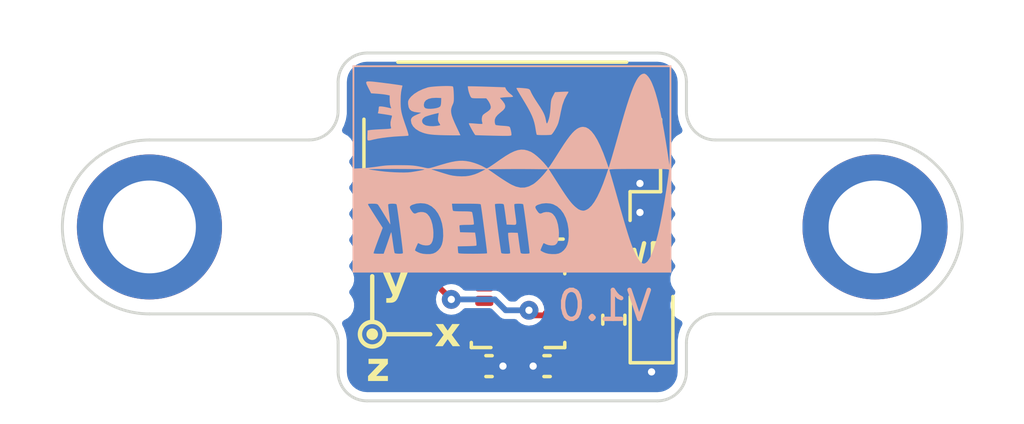
<source format=kicad_pcb>
(kicad_pcb (version 20240108) (generator "pcbnew") (generator_version "8.0")
  (layers (0 "F.Cu" signal) (31 "B.Cu" power) (34 "B.Paste" user) (35 "F.Paste" user) (36 "B.SilkS" user "B.Silkscreen") (37 "F.SilkS" user "F.Silkscreen") (38 "B.Mask" user) (39 "F.Mask" user) (44 "Edge.Cuts" user))
  (net 0 "")
  (net 1 "+3V3")
  (net 2 "GND")
  (net 3 "Net-(D101-A)")
  (net 4 "/CS")
  (net 5 "/INT2")
  (net 6 "/MISO")
  (net 7 "/SCLK")
  (net 8 "/INT1")
  (net 9 "/MOSI")
  (footprint "LED_SMD:LED_0603_1608Metric" (layer "F.Cu") (at 4.8 3.2 90)
    (property "Reference" "D101" (hide yes))
    (property "Value" "LED")
    (fp_line (start 0.8 -0.735) (end -1.485 -0.735) (stroke (width 0.12)) (layer "F.SilkS"))
    (fp_line (start -1.485 -0.735) (end -1.485 0.735) (stroke (width 0.12)) (layer "F.SilkS"))
    (fp_line (start -1.485 0.735) (end 0.8 0.735) (stroke (width 0.12)) (layer "F.SilkS"))
    (pad "1" smd roundrect (at -0.7875 0 90) (size 0.875 0.95) (layers "F.Cu" "F.Paste" "F.Mask") (net 2 "GND"))
    (pad "2" smd roundrect (at 0.7875 0 90) (size 0.875 0.95) (layers "F.Cu" "F.Paste" "F.Mask") (net 3 "Net-(D101-A)"))
  )
  (footprint "Capacitor_SMD:C_0402_1005Metric" (layer "F.Cu") (at -0.8 4.8)
    (property "Reference" "C102" (hide yes))
    (property "Value" "100n")
    (fp_line (start -0.107836 -0.36) (end 0.107836 -0.36) (stroke (width 0.12)) (layer "F.SilkS"))
    (fp_line (start -0.107836 0.36) (end 0.107836 0.36) (stroke (width 0.12)) (layer "F.SilkS"))
    (pad "1" smd roundrect (at -0.48 0) (size 0.56 0.62) (layers "F.Cu" "F.Paste" "F.Mask") (net 1 "+3V3"))
    (pad "2" smd roundrect (at 0.48 0) (size 0.56 0.62) (layers "F.Cu" "F.Paste" "F.Mask") (net 2 "GND"))
  )
  (footprint "VibeCheck_Daughterboard:MouseBite" (layer "F.Cu") (at -6 0 180)
    (property "Reference" "REF**" (hide yes))
    (property "Value" "MouseBite")
    (pad "" np_thru_hole circle (at 0 -2.7 180) (size 0.6 0.6) (drill 0.6) (layers "F&B.Cu"))
    (pad "" np_thru_hole circle (at 0 -1.8 180) (size 0.6 0.6) (drill 0.6) (layers "F&B.Cu"))
    (pad "" np_thru_hole circle (at 0 -0.9 180) (size 0.6 0.6) (drill 0.6) (layers "F&B.Cu"))
    (pad "" np_thru_hole circle (at 0 0 180) (size 0.6 0.6) (drill 0.6) (layers "F&B.Cu"))
    (pad "" np_thru_hole circle (at 0 0.9 180) (size 0.6 0.6) (drill 0.6) (layers "F&B.Cu"))
    (pad "" np_thru_hole circle (at 0 1.8 180) (size 0.6 0.6) (drill 0.6) (layers "F&B.Cu"))
    (pad "" np_thru_hole circle (at 0 2.7 180) (size 0.6 0.6) (drill 0.6) (layers "F&B.Cu"))
  )
  (footprint "VibeCheck_Daughterboard:M3_MountingHole_WithWasher" (layer "F.Cu") (at -12.5 0)
    (property "Reference" "H2" (hide yes))
    (property "Value" "MountingHole")
    (pad "1" thru_hole circle (at 0 0) (size 5 5) (drill 3.2) (layers "*.Cu" "*.Mask"))
  )
  (footprint "Resistor_SMD:R_0402_1005Metric" (layer "F.Cu") (at 3.5 3.2 90)
    (property "Reference" "R102" (hide yes))
    (property "Value" "1k")
    (fp_line (start -0.153641 -0.38) (end 0.153641 -0.38) (stroke (width 0.12)) (layer "F.SilkS"))
    (fp_line (start -0.153641 0.38) (end 0.153641 0.38) (stroke (width 0.12)) (layer "F.SilkS"))
    (pad "1" smd roundrect (at -0.51 0 90) (size 0.54 0.64) (layers "F.Cu" "F.Paste" "F.Mask") (net 1 "+3V3"))
    (pad "2" smd roundrect (at 0.51 0 90) (size 0.54 0.64) (layers "F.Cu" "F.Paste" "F.Mask") (net 3 "Net-(D101-A)"))
  )
  (footprint "Package_LGA:LGA-14_3x2.5mm_P0.5mm_LayoutBorder3x4y" (layer "F.Cu") (at 0.2 2.8)
    (property "Reference" "XL101" (hide yes))
    (property "Value" "LSM6DS3")
    (fp_line (start -1.61 1.36) (end -1.61 1.185) (stroke (width 0.12)) (layer "F.SilkS"))
    (fp_line (start -0.935 -1.36) (end -1.31 -1.36) (stroke (width 0.12)) (layer "F.SilkS"))
    (fp_line (start -0.935 1.36) (end -1.61 1.36) (stroke (width 0.12)) (layer "F.SilkS"))
    (fp_line (start 0.935 -1.36) (end 1.61 -1.36) (stroke (width 0.12)) (layer "F.SilkS"))
    (fp_line (start 0.935 1.36) (end 1.61 1.36) (stroke (width 0.12)) (layer "F.SilkS"))
    (fp_line (start 1.61 -1.36) (end 1.61 -1.185) (stroke (width 0.12)) (layer "F.SilkS"))
    (fp_line (start 1.61 1.36) (end 1.61 1.185) (stroke (width 0.12)) (layer "F.SilkS"))
    (fp_poly (pts (xy -1.61 -1.36) (xy -1.75 -1.55) (xy -1.47 -1.55) (xy -1.61 -1.36)) (stroke (width 0.12)) (fill solid) (layer "F.SilkS"))
    (pad "1" smd roundrect (at -1.1625 -0.75) (size 0.625 0.35) (layers "F.Cu" "F.Paste" "F.Mask") (net 6 "/MISO"))
    (pad "2" smd roundrect (at -1.1625 -0.25) (size 0.625 0.35) (layers "F.Cu" "F.Paste" "F.Mask"))
    (pad "3" smd roundrect (at -1.1625 0.25) (size 0.625 0.35) (layers "F.Cu" "F.Paste" "F.Mask"))
    (pad "4" smd roundrect (at -1.1625 0.75) (size 0.625 0.35) (layers "F.Cu" "F.Paste" "F.Mask") (net 8 "/INT1"))
    (pad "5" smd roundrect (at -0.5 0.9125) (size 0.35 0.625) (layers "F.Cu" "F.Paste" "F.Mask") (net 1 "+3V3"))
    (pad "6" smd roundrect (at 0 0.9125) (size 0.35 0.625) (layers "F.Cu" "F.Paste" "F.Mask") (net 2 "GND"))
    (pad "7" smd roundrect (at 0.5 0.9125) (size 0.35 0.625) (layers "F.Cu" "F.Paste" "F.Mask") (net 2 "GND"))
    (pad "8" smd roundrect (at 1.1625 0.75) (size 0.625 0.35) (layers "F.Cu" "F.Paste" "F.Mask") (net 1 "+3V3"))
    (pad "9" smd roundrect (at 1.1625 0.25) (size 0.625 0.35) (layers "F.Cu" "F.Paste" "F.Mask") (net 5 "/INT2"))
    (pad "10" smd roundrect (at 1.1625 -0.25) (size 0.625 0.35) (layers "F.Cu" "F.Paste" "F.Mask"))
    (pad "11" smd roundrect (at 1.1625 -0.75) (size 0.625 0.35) (layers "F.Cu" "F.Paste" "F.Mask"))
    (pad "12" smd roundrect (at 0.5 -0.9125) (size 0.35 0.625) (layers "F.Cu" "F.Paste" "F.Mask") (net 4 "/CS"))
    (pad "13" smd roundrect (at 0 -0.9125) (size 0.35 0.625) (layers "F.Cu" "F.Paste" "F.Mask") (net 7 "/SCLK"))
    (pad "14" smd roundrect (at -0.5 -0.9125) (size 0.35 0.625) (layers "F.Cu" "F.Paste" "F.Mask") (net 9 "/MOSI"))
  )
  (footprint "Capacitor_SMD:C_0402_1005Metric" (layer "F.Cu") (at 1.2 4.8 180)
    (property "Reference" "C101" (hide yes))
    (property "Value" "100n")
    (fp_line (start -0.107836 0.36) (end 0.107836 0.36) (stroke (width 0.12)) (layer "F.SilkS"))
    (fp_line (start -0.107836 -0.36) (end 0.107836 -0.36) (stroke (width 0.12)) (layer "F.SilkS"))
    (pad "1" smd roundrect (at -0.48 0 180) (size 0.56 0.62) (layers "F.Cu" "F.Paste" "F.Mask") (net 1 "+3V3"))
    (pad "2" smd roundrect (at 0.48 0 180) (size 0.56 0.62) (layers "F.Cu" "F.Paste" "F.Mask") (net 2 "GND"))
  )
  (footprint "VibeCheck_Daughterboard:M3_MountingHole_WithWasher" (layer "F.Cu") (at 12.5 0)
    (property "Reference" "H1" (hide yes))
    (property "Value" "MountingHole")
    (pad "1" thru_hole circle (at 0 0) (size 5 5) (drill 3.2) (layers "*.Cu" "*.Mask"))
  )
  (footprint "Connector_JST:JST_SH_SM08B-SRSS-TB_1x08-1MP_P1.00mm_Horizontal" (layer "F.Cu") (at 0 -3 180)
    (property "Reference" "J101" (hide yes))
    (property "Value" "Conn_01x08")
    (fp_line (start 5.11 0.715) (end 5.11 -1.785) (stroke (width 0.12)) (layer "F.SilkS"))
    (fp_line (start 5.11 -1.785) (end 4.06 -1.785) (stroke (width 0.12)) (layer "F.SilkS"))
    (fp_line (start -3.94 2.685) (end 3.94 2.685) (stroke (width 0.12)) (layer "F.SilkS"))
    (fp_line (start -4.06 -1.785) (end -4.06 -2.775) (stroke (width 0.12)) (layer "F.SilkS"))
    (fp_line (start -5.11 0.715) (end -5.11 -1.785) (stroke (width 0.12)) (layer "F.SilkS"))
    (fp_line (start -5.11 -1.785) (end -4.06 -1.785) (stroke (width 0.12)) (layer "F.SilkS"))
    (pad "1" smd roundrect (at -3.5 -2 180) (size 0.6 1.55) (layers "F.Cu" "F.Paste" "F.Mask") (net 2 "GND"))
    (pad "2" smd roundrect (at -2.5 -2 180) (size 0.6 1.55) (layers "F.Cu" "F.Paste" "F.Mask") (net 1 "+3V3"))
    (pad "3" smd roundrect (at -1.5 -2 180) (size 0.6 1.55) (layers "F.Cu" "F.Paste" "F.Mask") (net 4 "/CS"))
    (pad "4" smd roundrect (at -0.5 -2 180) (size 0.6 1.55) (layers "F.Cu" "F.Paste" "F.Mask") (net 7 "/SCLK"))
    (pad "5" smd roundrect (at 0.5 -2 180) (size 0.6 1.55) (layers "F.Cu" "F.Paste" "F.Mask") (net 9 "/MOSI"))
    (pad "6" smd roundrect (at 1.5 -2 180) (size 0.6 1.55) (layers "F.Cu" "F.Paste" "F.Mask") (net 6 "/MISO"))
    (pad "7" smd roundrect (at 2.5 -2 180) (size 0.6 1.55) (layers "F.Cu" "F.Paste" "F.Mask") (net 5 "/INT2"))
    (pad "8" smd roundrect (at 3.5 -2 180) (size 0.6 1.55) (layers "F.Cu" "F.Paste" "F.Mask") (net 8 "/INT1"))
    (pad "MP" smd roundrect (at -4.8 1.875 180) (size 1.2 1.6) (layers "F.Cu" "F.Paste" "F.Mask"))
    (pad "MP" smd roundrect (at 4.8 1.875 180) (size 1.2 1.6) (layers "F.Cu" "F.Paste" "F.Mask"))
  )
  (footprint "Resistor_SMD:R_0402_1005Metric" (layer "F.Cu") (at 1.6 0.8)
    (property "Reference" "R101" (hide yes))
    (property "Value" "10k")
    (fp_line (start -0.153641 -0.38) (end 0.153641 -0.38) (stroke (width 0.12)) (layer "F.SilkS"))
    (fp_line (start -0.153641 0.38) (end 0.153641 0.38) (stroke (width 0.12)) (layer "F.SilkS"))
    (pad "1" smd roundrect (at -0.51 0) (size 0.54 0.64) (layers "F.Cu" "F.Paste" "F.Mask") (net 4 "/CS"))
    (pad "2" smd roundrect (at 0.51 0) (size 0.54 0.64) (layers "F.Cu" "F.Paste" "F.Mask") (net 1 "+3V3"))
  )
  (footprint "VibeCheck_Daughterboard:MouseBite" (layer "F.Cu") (at 6 0)
    (property "Reference" "REF**" (hide yes))
    (property "Value" "MouseBite")
    (pad "" np_thru_hole circle (at 0 -2.7) (size 0.6 0.6) (drill 0.6) (layers "F&B.Cu"))
    (pad "" np_thru_hole circle (at 0 -1.8) (size 0.6 0.6) (drill 0.6) (layers "F&B.Cu"))
    (pad "" np_thru_hole circle (at 0 -0.9) (size 0.6 0.6) (drill 0.6) (layers "F&B.Cu"))
    (pad "" np_thru_hole circle (at 0 0) (size 0.6 0.6) (drill 0.6) (layers "F&B.Cu"))
    (pad "" np_thru_hole circle (at 0 0.9) (size 0.6 0.6) (drill 0.6) (layers "F&B.Cu"))
    (pad "" np_thru_hole circle (at 0 1.8) (size 0.6 0.6) (drill 0.6) (layers "F&B.Cu"))
    (pad "" np_thru_hole circle (at 0 2.7) (size 0.6 0.6) (drill 0.6) (layers "F&B.Cu"))
  )
  (footprint "LOGO" (layer "B.Cu") (at 0 -2 180)
    (property "Reference" "G***" (hide yes))
    (property "Value" "LOGO" (hide yes))
    (fp_poly (pts (xy -0.164243 2.796827) (xy -0.142203 2.787883) (xy -0.142127 2.787095) (xy -0.152293 2.764122) (xy -0.180585 2.712395) (xy -0.223693 2.63765) (xy -0.278307 2.545622) (xy -0.341117 2.442046) (xy -0.34356 2.438059) (xy -0.456492 2.25087) (xy -0.548464 2.090838) (xy -0.622058 1.952034) (xy -0.679858 1.828526) (xy -0.724444 1.714384) (xy -0.7584 1.603679) (xy -0.784307 1.490481) (xy -0.802496 1.384114) (xy -0.816122 1.300109) (xy -0.829065 1.232064) (xy -0.839425 1.189446) (xy -0.843405 1.180203) (xy -0.868723 1.174394) (xy -0.924673 1.170331) (xy -1.00132 1.16799) (xy -1.088725 1.167344) (xy -1.176955 1.168371) (xy -1.25607 1.171045) (xy -1.316136 1.175342) (xy -1.347216 1.181237) (xy -1.347617 1.18145) (xy -1.379934 1.212347) (xy -1.422984 1.270547) (xy -1.470917 1.346289) (xy -1.517883 1.429808) (xy -1.558032 1.511342) (xy -1.583603 1.57526) (xy -1.602792 1.642092) (xy -1.625839 1.73668) (xy -1.649918 1.846723) (xy -1.672206 1.959924) (xy -1.67335 1.96614) (xy -1.72714 2.197509) (xy -1.797511 2.396889) (xy -1.883475 2.561633) (xy -1.908685 2.599065) (xy -1.931965 2.639363) (xy -1.936034 2.663789) (xy -1.934301 2.665479) (xy -1.908807 2.667885) (xy -1.851738 2.667831) (xy -1.772041 2.665454) (xy -1.695364 2.661829) (xy -1.472023 2.64964) (xy -1.402729 2.518581) (xy -1.373848 2.461533) (xy -1.353625 2.411984) (xy -1.33988 2.359757) (xy -1.330432 2.294674) (xy -1.3231 2.206559) (xy -1.317878 2.122657) (xy -1.303051 1.948822) (xy -1.281159 1.807828) (xy -1.260365 1.725819) (xy -1.230639 1.636246) (xy -1.208977 1.584672) (xy -1.192736 1.569924) (xy -1.179272 1.590832) (xy -1.165941 1.646223) (xy -1.159457 1.681098) (xy -1.141387 1.76579) (xy -1.116901 1.845105) (xy -1.082439 1.926342) (xy -1.034437 2.0168) (xy -0.969333 2.12378) (xy -0.883564 2.25458) (xy -0.869003 2.276251) (xy -0.803663 2.376195) (xy -0.742785 2.474625) (xy -0.692029 2.562019) (xy -0.657056 2.628852) (xy -0.649914 2.644842) (xy -0.628427 2.694874) (xy -0.607582 2.729987) (xy -0.579939 2.75352) (xy -0.538052 2.768811) (xy -0.474481 2.7792) (xy -0.381782 2.788024) (xy -0.319349 2.793123) (xy -0.224003 2.798598)) (fill solid) (layer "B.SilkS"))
    (fp_poly (pts (xy 4.994367 3.018948) (xy 5.02748 3.004082) (xy 5.033625 2.971133) (xy 5.01527 2.914881) (xy 4.974883 2.830104) (xy 4.94904 2.779016) (xy 4.862749 2.609032) (xy 4.654497 2.595215) (xy 4.55158 2.586775) (xy 4.44997 2.575713) (xy 4.365405 2.563849) (xy 4.334713 2.558244) (xy 4.223181 2.53509) (xy 4.223181 2.383599) (xy 4.218911 2.292499) (xy 4.207557 2.211234) (xy 4.193761 2.161698) (xy 4.176664 2.116597) (xy 4.17094 2.092525) (xy 4.171818 2.091286) (xy 4.193927 2.095768) (xy 4.243748 2.107405) (xy 4.29768 2.120529) (xy 4.381458 2.138312) (xy 4.466152 2.151786) (xy 4.507278 2.156061) (xy 4.563345 2.158351) (xy 4.590107 2.150566) (xy 4.598715 2.126121) (xy 4.599791 2.101438) (xy 4.605896 2.033916) (xy 4.615772 1.979163) (xy 4.630452 1.9178) (xy 4.393644 1.883387) (xy 4.300045 1.869012) (xy 4.221903 1.855552) (xy 4.167575 1.844547) (xy 4.145556 1.837695) (xy 4.145557 1.813922) (xy 4.157622 1.764887) (xy 4.171074 1.724084) (xy 4.195476 1.614434) (xy 4.194676 1.502975) (xy 4.173627 1.419143) (xy 4.172608 1.406806) (xy 4.184699 1.397366) (xy 4.215243 1.390023) (xy 4.269581 1.383981) (xy 4.353055 1.378441) (xy 4.471007 1.372604) (xy 4.491168 1.371691) (xy 4.609827 1.36574) (xy 4.720369 1.359066) (xy 4.813684 1.352304) (xy 4.880661 1.346084) (xy 4.903357 1.34306) (xy 4.984572 1.329305) (xy 4.990438 1.151942) (xy 4.993302 1.069113) (xy 4.990935 1.015457) (xy 4.976704 0.986873) (xy 4.943978 0.979258) (xy 4.886122 0.988508) (xy 4.796504 1.010523) (xy 4.771768 1.016696) (xy 4.63522 1.04534) (xy 4.46829 1.071954) (xy 4.281198 1.095283) (xy 4.084163 1.114066) (xy 3.887405 1.127046) (xy 3.867865 1.127989) (xy 3.766874 1.133176) (xy 3.679653 1.138572) (xy 3.614722 1.143583) (xy 3.580599 1.147617) (xy 3.578702 1.14809) (xy 3.572896 1.165225) (xy 3.580527 1.21079) (xy 3.602288 1.287464) (xy 3.63887 1.397928) (xy 3.655611 1.445942) (xy 3.713597 1.612958) (xy 3.758564 1.749656) (xy 3.792126 1.8636) (xy 3.815899 1.962351) (xy 3.831496 2.05347) (xy 3.840532 2.144521) (xy 3.844622 2.243064) (xy 3.845417 2.334932) (xy 3.841186 2.513853) (xy 3.828508 2.655029) (xy 3.812488 2.740888) (xy 3.796424 2.80777) (xy 3.785883 2.856355) (xy 3.783147 2.876124) (xy 3.805445 2.881515) (xy 3.861577 2.8909) (xy 3.945061 2.903425) (xy 4.049413 2.918234) (xy 4.16815 2.934469) (xy 4.294792 2.951276) (xy 4.422853 2.967799) (xy 4.545853 2.983181) (xy 4.657307 2.996566) (xy 4.750734 3.007099) (xy 4.819651 3.013923) (xy 4.83737 3.015319) (xy 4.93182 3.020953)) (fill solid) (layer "B.SilkS"))
    (fp_poly (pts (xy 1.525886 2.781614) (xy 1.510698 2.698692) (xy 1.483446 2.605728) (xy 1.450319 2.521869) (xy 1.429092 2.482134) (xy 1.414675 2.463056) (xy 1.395191 2.450185) (xy 1.363169 2.442306) (xy 1.311142 2.438203) (xy 1.231641 2.43666) (xy 1.148499 2.43645) (xy 0.896975 2.43645) (xy 0.846396 2.376341) (xy 0.807279 2.318828) (xy 0.770257 2.247228) (xy 0.760389 2.223465) (xy 0.739915 2.149297) (xy 0.745354 2.089719) (xy 0.780474 2.036375) (xy 0.849045 1.980906) (xy 0.878565 1.961409) (xy 0.939862 1.91998) (xy 0.98919 1.882667) (xy 1.011974 1.861665) (xy 1.038809 1.805196) (xy 1.050928 1.729081) (xy 1.046144 1.652303) (xy 1.039148 1.626061) (xy 1.028431 1.581133) (xy 1.031599 1.555771) (xy 1.032428 1.55513) (xy 1.057563 1.553072) (xy 1.114175 1.554575) (xy 1.193325 1.55926) (xy 1.267801 1.565125) (xy 1.357867 1.57213) (xy 1.431854 1.576346) (xy 1.481136 1.577379) (xy 1.497065 1.575569) (xy 1.492393 1.554587) (xy 1.471392 1.507632) (xy 1.43887 1.443401) (xy 1.399637 1.370593) (xy 1.358501 1.297905) (xy 1.320271 1.234038) (xy 1.289757 1.187687) (xy 1.271767 1.167553) (xy 1.271418 1.167428) (xy 1.246047 1.165268) (xy 1.18531 1.162496) (xy 1.094443 1.15928) (xy 0.97868 1.155786) (xy 0.843255 1.152179) (xy 0.693403 1.148625) (xy 0.644476 1.147552) (xy 0.470325 1.144004) (xy 0.332499 1.141777) (xy 0.226731 1.140997) (xy 0.148758 1.141793) (xy 0.094314 1.144292) (xy 0.059134 1.148622) (xy 0.038952 1.15491) (xy 0.029503 1.163286) (xy 0.028206 1.166006) (xy 0.026343 1.202587) (xy 0.033924 1.263427) (xy 0.048102 1.334084) (xy 0.066027 1.400115) (xy 0.082948 1.443532) (xy 0.099521 1.458902) (xy 0.135381 1.470536) (xy 0.196944 1.479644) (xy 0.290632 1.487437) (xy 0.328617 1.489862) (xy 0.421699 1.496873) (xy 0.4998 1.5053) (xy 0.554011 1.514016) (xy 0.574814 1.520969) (xy 0.588362 1.550791) (xy 0.600493 1.603307) (xy 0.602783 1.61846) (xy 0.60052 1.703426) (xy 0.567987 1.784202) (xy 0.502236 1.86557) (xy 0.400321 1.952313) (xy 0.394327 1.956799) (xy 0.304866 2.032723) (xy 0.253472 2.102392) (xy 0.239422 2.17158) (xy 0.261996 2.246058) (xy 0.320474 2.331598) (xy 0.344073 2.35933) (xy 0.425123 2.451407) (xy 0.33155 2.464232) (xy 0.257494 2.471384) (xy 0.167295 2.476039) (xy 0.110035 2.477058) (xy 0.041814 2.479669) (xy -0.008665 2.486472) (xy -0.028871 2.494797) (xy -0.019538 2.514892) (xy 0.015543 2.550211) (xy 0.066374 2.591255) (xy 0.129268 2.645327) (xy 0.182633 2.704182) (xy 0.208709 2.743845) (xy 0.244836 2.817715) (xy 0.716303 2.833351) (xy 0.86294 2.838041) (xy 1.007187 2.842341) (xy 1.140301 2.846014) (xy 1.253537 2.848822) (xy 1.338153 2.850528) (xy 1.360351 2.850832) (xy 1.532933 2.852677)) (fill solid) (layer "B.SilkS"))
    (fp_poly (pts (xy 2.332402 2.861105) (xy 2.449091 2.857714) (xy 2.568574 2.851818) (xy 2.683326 2.843691) (xy 2.785821 2.833612) (xy 2.868534 2.821855) (xy 2.912857 2.812161) (xy 3.083226 2.753438) (xy 3.240247 2.678535) (xy 3.376518 2.591947) (xy 3.484639 2.498167) (xy 3.53848 2.432322) (xy 3.573296 2.375168) (xy 3.588944 2.326159) (xy 3.590303 2.265429) (xy 3.587785 2.231621) (xy 3.569256 2.127858) (xy 3.531068 2.052339) (xy 3.46814 2.000557) (xy 3.375393 1.968006) (xy 3.273021 1.952455) (xy 3.137157 1.939008) (xy 3.271563 1.881964) (xy 3.371542 1.835247) (xy 3.437661 1.79236) (xy 3.475609 1.747926) (xy 3.491078 1.696568) (xy 3.492246 1.67346) (xy 3.472591 1.567678) (xy 3.416198 1.467586) (xy 3.326924 1.377901) (xy 3.208628 1.303337) (xy 3.177538 1.288742) (xy 3.09156 1.253752) (xy 3.00515 1.225943) (xy 2.911947 1.204416) (xy 2.80559 1.188273) (xy 2.679718 1.176617) (xy 2.52797 1.16855) (xy 2.343985 1.163173) (xy 2.279096 1.161906) (xy 2.142557 1.159839) (xy 2.020557 1.158684) (xy 1.918615 1.158437) (xy 1.842248 1.159093) (xy 1.796976 1.160648) (xy 1.78673 1.162327) (xy 1.794969 1.183002) (xy 1.817577 1.233407) (xy 1.851392 1.306643) (xy 1.893254 1.395809) (xy 1.907505 1.425887) (xy 1.947937 1.513274) (xy 2.481035 1.513274) (xy 2.481962 1.511109) (xy 2.505539 1.503417) (xy 2.557152 1.492998) (xy 2.611076 1.484307) (xy 2.727115 1.47518) (xy 2.844475 1.479196) (xy 2.946735 1.495368) (xy 2.984615 1.506777) (xy 3.058762 1.550546) (xy 3.099531 1.609085) (xy 3.10631 1.674185) (xy 3.078485 1.737637) (xy 3.015442 1.79123) (xy 3.006245 1.796215) (xy 2.95508 1.817045) (xy 2.874592 1.84333) (xy 2.775168 1.872025) (xy 2.667193 1.900084) (xy 2.591349 1.91788) (xy 2.533058 1.930863) (xy 2.54868 1.833417) (xy 2.560007 1.740672) (xy 2.557594 1.673807) (xy 2.539751 1.619921) (xy 2.515526 1.580688) (xy 2.48981 1.539103) (xy 2.481035 1.513274) (xy 1.947937 1.513274) (xy 1.983581 1.590314) (xy 2.040588 1.725187) (xy 2.079634 1.836194) (xy 2.101827 1.92902) (xy 2.108277 2.009352) (xy 2.100092 2.082876) (xy 2.07838 2.155279) (xy 2.058777 2.201739) (xy 2.036542 2.253126) (xy 2.021937 2.298402) (xy 2.013701 2.347687) (xy 2.010575 2.411105) (xy 2.010867 2.446602) (xy 2.446602 2.446602) (xy 2.450358 2.316512) (xy 2.457051 2.230748) (xy 2.472618 2.175737) (xy 2.490966 2.149569) (xy 2.540328 2.120907) (xy 2.617884 2.098235) (xy 2.711712 2.082651) (xy 2.809888 2.075256) (xy 2.900488 2.077148) (xy 2.97159 2.089428) (xy 3.000438 2.10259) (xy 3.032859 2.138663) (xy 3.045002 2.194335) (xy 3.045563 2.216266) (xy 3.027286 2.30061) (xy 2.973988 2.367732) (xy 2.887968 2.416414) (xy 2.771526 2.44544) (xy 2.626962 2.453592) (xy 2.598881 2.452779) (xy 2.446602 2.446602) (xy 2.010867 2.446602) (xy 2.011297 2.498779) (xy 2.013094 2.568656) (xy 2.018331 2.685347) (xy 2.026361 2.773484) (xy 2.03667 2.828494) (xy 2.044097 2.844076) (xy 2.074355 2.853474) (xy 2.137509 2.859261) (xy 2.226033 2.861712)) (fill solid) (layer "B.SilkS"))
    (fp_poly (pts (xy 5.502318 0) (xy 5.502318 -3.573462) (xy 0.010152 -3.573462) (xy -5.482015 -3.573462) (xy -5.482015 -0.03996) (xy -5.4008 -0.03996) (xy -5.397646 -0.081061) (xy -5.388768 -0.156319) (xy -5.375038 -0.259826) (xy -5.357327 -0.385672) (xy -5.336508 -0.527947) (xy -5.313454 -0.680742) (xy -5.289037 -0.838146) (xy -5.26413 -0.994251) (xy -5.239604 -1.143146) (xy -5.226868 -1.218226) (xy -5.157442 -1.602479) (xy -5.087992 -1.946378) (xy -5.018442 -2.250176) (xy -4.948717 -2.514128) (xy -4.878744 -2.738485) (xy -4.808448 -2.923503) (xy -4.737753 -3.069434) (xy -4.666587 -3.176533) (xy -4.643441 -3.202918) (xy -4.580237 -3.253765) (xy -4.520283 -3.266234) (xy -4.457214 -3.241399) (xy -4.448872 -3.235779) (xy -4.39392 -3.181571) (xy -4.331946 -3.093026) (xy -4.26583 -2.975187) (xy -4.198453 -2.8331) (xy -4.144711 -2.703133) (xy -4.106927 -2.602619) (xy -4.066975 -2.489242) (xy -4.02384 -2.359687) (xy -4.005043 -2.300495) (xy -1.945807 -2.300495) (xy -1.944981 -2.324164) (xy -1.930641 -2.48055) (xy -1.900167 -2.606546) (xy -1.85067 -2.71015) (xy -1.779263 -2.799357) (xy -1.770024 -2.808559) (xy -1.689399 -2.874405) (xy -1.60305 -2.9154) (xy -1.500343 -2.934915) (xy -1.370643 -2.936318) (xy -1.367346 -2.936168) (xy -1.250439 -2.925421) (xy -1.155513 -2.903069) (xy -1.146385 -2.899464) (xy -0.596613 -2.899464) (xy -0.596238 -2.907844) (xy -0.572493 -2.915748) (xy -0.519418 -2.921439) (xy -0.448274 -2.923737) (xy -0.444848 -2.923741) (xy -0.365351 -2.921577) (xy -0.318124 -2.913948) (xy -0.295001 -2.899155) (xy -0.290981 -2.891686) (xy -0.284241 -2.861408) (xy -0.273551 -2.798423) (xy -0.260086 -2.710308) (xy -0.245022 -2.604637) (xy -0.235084 -2.531294) (xy -0.191488 -2.202958) (xy -0.031683 -2.196971) (xy 0.045336 -2.196068) (xy 0.105959 -2.199051) (xy 0.139367 -2.205287) (xy 0.14207 -2.207123) (xy 0.144098 -2.231684) (xy 0.140849 -2.289405) (xy 0.132956 -2.373269) (xy 0.121054 -2.476262) (xy 0.110371 -2.55822) (xy 0.095719 -2.670576) (xy 0.084165 -2.768765) (xy 0.076433 -2.845788) (xy 0.073244 -2.894649) (xy 0.074167 -2.90846) (xy 0.099381 -2.917822) (xy 0.151902 -2.922742) (xy 0.21871 -2.923514) (xy 0.28678 -2.920429) (xy 0.34309 -2.913783) (xy 0.374618 -2.903866) (xy 0.376044 -2.902366) (xy 0.867311 -2.902366) (xy 0.867452 -2.908514) (xy 0.889136 -2.912768) (xy 0.945752 -2.916564) (xy 1.031627 -2.919727) (xy 1.141086 -2.922083) (xy 1.268455 -2.923457) (xy 1.362187 -2.923741) (xy 1.524422 -2.923227) (xy 1.64979 -2.921557) (xy 1.742021 -2.918539) (xy 1.804844 -2.913983) (xy 1.841988 -2.907698) (xy 1.857183 -2.899493) (xy 1.857712 -2.898362) (xy 1.863953 -2.864251) (xy 1.869918 -2.806102) (xy 1.872302 -2.771463) (xy 1.878097 -2.669945) (xy 1.56385 -2.664315) (xy 1.454646 -2.661468) (xy 1.359986 -2.657317) (xy 1.287216 -2.652316) (xy 1.243684 -2.64692) (xy 1.234882 -2.643963) (xy 1.230489 -2.617334) (xy 1.232542 -2.557904) (xy 1.240386 -2.472851) (xy 1.253363 -2.369356) (xy 1.2638 -2.300495) (xy 2.378894 -2.300495) (xy 2.37972 -2.324164) (xy 2.394059 -2.48055) (xy 2.424533 -2.606546) (xy 2.47403 -2.71015) (xy 2.545438 -2.799357) (xy 2.554676 -2.808559) (xy 2.635301 -2.874405) (xy 2.72165 -2.9154) (xy 2.824357 -2.934915) (xy 2.954058 -2.936318) (xy 2.957354 -2.936168) (xy 3.074261 -2.925421) (xy 3.169187 -2.903069) (xy 3.178839 -2.899257) (xy 3.767334 -2.899257) (xy 3.767939 -2.906014) (xy 3.79399 -2.916683) (xy 3.846719 -2.922373) (xy 3.912535 -2.923318) (xy 3.977843 -2.919754) (xy 4.029052 -2.911914) (xy 4.052036 -2.901113) (xy 4.059257 -2.874333) (xy 4.070467 -2.814375) (xy 4.084496 -2.728336) (xy 4.100171 -2.623318) (xy 4.112658 -2.533749) (xy 4.128379 -2.420304) (xy 4.142763 -2.321647) (xy 4.154772 -2.24449) (xy 4.16337 -2.195545) (xy 4.167087 -2.181221) (xy 4.176431 -2.195174) (xy 4.194147 -2.239168) (xy 4.216765 -2.304403) (xy 4.221873 -2.320168) (xy 4.248716 -2.40182) (xy 4.284073 -2.506378) (xy 4.322729 -2.618529) (xy 4.349656 -2.695324) (xy 4.430444 -2.923741) (xy 4.599715 -2.923741) (xy 4.678269 -2.922038) (xy 4.739755 -2.9175) (xy 4.7741 -2.910991) (xy 4.777785 -2.908514) (xy 4.773455 -2.885936) (xy 4.75648 -2.831028) (xy 4.728779 -2.749363) (xy 4.692269 -2.646518) (xy 4.64887 -2.528067) (xy 4.624294 -2.462363) (xy 4.462002 -2.03144) (xy 4.707347 -1.648654) (xy 4.779179 -1.535992) (xy 4.843889 -1.433379) (xy 4.898125 -1.346222) (xy 4.938536 -1.279926) (xy 4.961769 -1.239899) (xy 4.965728 -1.231895) (xy 4.967873 -1.214919) (xy 4.953412 -1.204716) (xy 4.915088 -1.199627) (xy 4.845638 -1.197989) (xy 4.817309 -1.197922) (xy 4.730221 -1.199828) (xy 4.674346 -1.20669) (xy 4.640421 -1.220228) (xy 4.625724 -1.233454) (xy 4.605804 -1.261877) (xy 4.569108 -1.318841) (xy 4.519618 -1.397985) (xy 4.461318 -1.492948) (xy 4.406404 -1.583694) (xy 4.345042 -1.6854) (xy 4.290476 -1.775147) (xy 4.246299 -1.847082) (xy 4.216104 -1.895352) (xy 4.2038 -1.913785) (xy 4.201973 -1.899995) (xy 4.205291 -1.85216) (xy 4.213131 -1.776431) (xy 4.224869 -1.67896) (xy 4.23672 -1.588924) (xy 4.251564 -1.474732) (xy 4.263355 -1.373777) (xy 4.271357 -1.293265) (xy 4.274835 -1.240398) (xy 4.274059 -1.223302) (xy 4.250216 -1.209299) (xy 4.199272 -1.200667) (xy 4.134388 -1.197486) (xy 4.068725 -1.199835) (xy 4.015444 -1.207793) (xy 3.987704 -1.221438) (xy 3.987612 -1.221584) (xy 3.981346 -1.247121) (xy 3.970953 -1.307406) (xy 3.957108 -1.397267) (xy 3.940486 -1.51153) (xy 3.921762 -1.64502) (xy 3.901611 -1.792566) (xy 3.880706 -1.948991) (xy 3.859724 -2.109124) (xy 3.839337 -2.26779) (xy 3.820223 -2.419816) (xy 3.803054 -2.560027) (xy 3.788506 -2.683251) (xy 3.777253 -2.784313) (xy 3.769971 -2.858039) (xy 3.767334 -2.899257) (xy 3.178839 -2.899257) (xy 3.236531 -2.876472) (xy 3.296151 -2.846345) (xy 3.337285 -2.820146) (xy 3.35012 -2.805569) (xy 3.342799 -2.779674) (xy 3.324313 -2.731611) (xy 3.299871 -2.673409) (xy 3.274686 -2.617099) (xy 3.253969 -2.574711) (xy 3.242998 -2.558274) (xy 3.222922 -2.566621) (xy 3.179481 -2.587661) (xy 3.157234 -2.598881) (xy 3.082828 -2.624788) (xy 2.995585 -2.637987) (xy 2.911792 -2.637379) (xy 2.847735 -2.621866) (xy 2.844066 -2.62001) (xy 2.784602 -2.565433) (xy 2.743165 -2.476019) (xy 2.720153 -2.353513) (xy 2.715966 -2.199662) (xy 2.722893 -2.09044) (xy 2.749381 -1.915146) (xy 2.793272 -1.764648) (xy 2.852814 -1.642816) (xy 2.92625 -1.553526) (xy 2.984693 -1.512609) (xy 3.065469 -1.488299) (xy 3.160385 -1.484461) (xy 3.248756 -1.501085) (xy 3.276301 -1.512755) (xy 3.335427 -1.537015) (xy 3.380869 -1.534906) (xy 3.423004 -1.502724) (xy 3.466866 -1.444701) (xy 3.511998 -1.371744) (xy 3.528959 -1.320929) (xy 3.516555 -1.284045) (xy 3.473595 -1.252883) (xy 3.436411 -1.235165) (xy 3.304095 -1.195115) (xy 3.157294 -1.180826) (xy 3.012259 -1.19279) (xy 2.914218 -1.219362) (xy 2.778232 -1.291821) (xy 2.658907 -1.398174) (xy 2.558149 -1.534482) (xy 2.477863 -1.696806) (xy 2.419955 -1.881208) (xy 2.38633 -2.083751) (xy 2.378894 -2.300495) (xy 1.2638 -2.300495) (xy 1.27003 -2.259394) (xy 1.280751 -2.194007) (xy 1.538817 -2.188331) (xy 1.796882 -2.182654) (xy 1.810455 -2.071442) (xy 1.816338 -2.007203) (xy 1.817062 -1.960014) (xy 1.814332 -1.944544) (xy 1.791411 -1.938449) (xy 1.736175 -1.93346) (xy 1.656917 -1.93009) (xy 1.562191 -1.928857) (xy 1.449352 -1.927457) (xy 1.373621 -1.923029) (xy 1.331587 -1.915237) (xy 1.319744 -1.904853) (xy 1.322879 -1.852671) (xy 1.331131 -1.779759) (xy 1.342768 -1.69705) (xy 1.356061 -1.615474) (xy 1.369278 -1.545965) (xy 1.380689 -1.499454) (xy 1.385855 -1.487251) (xy 1.408168 -1.476512) (xy 1.458001 -1.468931) (xy 1.539154 -1.464215) (xy 1.655428 -1.462073) (xy 1.716955 -1.461871) (xy 1.842185 -1.460525) (xy 1.94054 -1.456674) (xy 2.007696 -1.450594) (xy 2.039329 -1.442564) (xy 2.04085 -1.441045) (xy 2.050003 -1.410355) (xy 2.05973 -1.353822) (xy 2.065192 -1.309071) (xy 2.076664 -1.197922) (xy 1.585896 -1.197922) (xy 1.422903 -1.198432) (xy 1.296788 -1.200088) (xy 1.203836 -1.203077) (xy 1.14033 -1.20759) (xy 1.102551 -1.213815) (xy 1.086784 -1.221941) (xy 1.0861 -1.223302) (xy 1.080645 -1.250996) (xy 1.070991 -1.313034) (xy 1.057806 -1.404267) (xy 1.041759 -1.519546) (xy 1.023516 -1.653724) (xy 1.003747 -1.801654) (xy 0.983118 -1.958185) (xy 0.962298 -2.118172) (xy 0.941954 -2.276464) (xy 0.922756 -2.427916) (xy 0.90537 -2.567377) (xy 0.890464 -2.689701) (xy 0.878707 -2.789739) (xy 0.870767 -2.862344) (xy 0.867311 -2.902366) (xy 0.376044 -2.902366) (xy 0.376724 -2.90165) (xy 0.38276 -2.876499) (xy 0.392954 -2.816566) (xy 0.406631 -2.727018) (xy 0.423119 -2.613017) (xy 0.441743 -2.479728) (xy 0.46183 -2.332316) (xy 0.482706 -2.175943) (xy 0.503698 -2.015775) (xy 0.524132 -1.856976) (xy 0.543335 -1.704709) (xy 0.560632 -1.56414) (xy 0.57535 -1.440431) (xy 0.586816 -1.338748) (xy 0.594356 -1.264255) (xy 0.597295 -1.222115) (xy 0.596777 -1.214692) (xy 0.572747 -1.206352) (xy 0.519442 -1.200347) (xy 0.448179 -1.197927) (xy 0.444847 -1.197922) (xy 0.362496 -1.20056) (xy 0.313982 -1.209298) (xy 0.292826 -1.225367) (xy 0.292124 -1.226998) (xy 0.285792 -1.256178) (xy 0.275448 -1.318188) (xy 0.262232 -1.405582) (xy 0.247285 -1.510911) (xy 0.236926 -1.58739) (xy 0.192885 -1.918706) (xy 0.025379 -1.924603) (xy -0.036885 -1.92762) (xy -0.082863 -1.928254) (xy -0.114219 -1.921376) (xy -0.13262 -1.901856) (xy -0.139732 -1.864563) (xy -0.137221 -1.804367) (xy -0.126753 -1.716138) (xy -0.109993 -1.594747) (xy -0.101608 -1.533587) (xy -0.088091 -1.42727) (xy -0.078028 -1.335071) (xy -0.072116 -1.264539) (xy -0.071049 -1.22322) (xy -0.07235 -1.216144) (xy -0.097712 -1.206268) (xy -0.150409 -1.200346) (xy -0.217368 -1.198329) (xy -0.285513 -1.200167) (xy -0.341771 -1.205809) (xy -0.373069 -1.215205) (xy -0.375048 -1.2173) (xy -0.380787 -1.241944) (xy -0.390737 -1.301408) (xy -0.404224 -1.390541) (xy -0.420573 -1.504192) (xy -0.439111 -1.637212) (xy -0.459164 -1.784448) (xy -0.480058 -1.94075) (xy -0.501119 -2.100969) (xy -0.521673 -2.259951) (xy -0.541047 -2.412548) (xy -0.558565 -2.553608) (xy -0.573555 -2.677981) (xy -0.585342 -2.780515) (xy -0.593253 -2.856059) (xy -0.596613 -2.899464) (xy -1.146385 -2.899464) (xy -1.088169 -2.876472) (xy -1.028549 -2.846345) (xy -0.987416 -2.820146) (xy -0.974581 -2.805569) (xy -0.981901 -2.779674) (xy -1.000388 -2.731611) (xy -1.024829 -2.673409) (xy -1.050014 -2.617099) (xy -1.070731 -2.574711) (xy -1.081702 -2.558274) (xy -1.101778 -2.566621) (xy -1.145219 -2.587661) (xy -1.167466 -2.598881) (xy -1.241873 -2.624788) (xy -1.329115 -2.637987) (xy -1.412908 -2.637379) (xy -1.476965 -2.621866) (xy -1.480634 -2.62001) (xy -1.540098 -2.565433) (xy -1.581536 -2.476019) (xy -1.604547 -2.353513) (xy -1.608734 -2.199662) (xy -1.601807 -2.09044) (xy -1.57532 -1.915146) (xy -1.531428 -1.764648) (xy -1.471886 -1.642816) (xy -1.39845 -1.553526) (xy -1.340007 -1.512609) (xy -1.259232 -1.488299) (xy -1.164316 -1.484461) (xy -1.075944 -1.501085) (xy -1.048399 -1.512755) (xy -0.989273 -1.537015) (xy -0.943831 -1.534906) (xy -0.901696 -1.502724) (xy -0.857834 -1.444701) (xy -0.812702 -1.371744) (xy -0.795742 -1.320929) (xy -0.808145 -1.284045) (xy -0.851105 -1.252883) (xy -0.88829 -1.235165) (xy -1.020605 -1.195115) (xy -1.167406 -1.180826) (xy -1.312441 -1.19279) (xy -1.410482 -1.219362) (xy -1.546469 -1.291821) (xy -1.665793 -1.398174) (xy -1.766551 -1.534482) (xy -1.846837 -1.696806) (xy -1.904745 -1.881208) (xy -1.93837 -2.083751) (xy -1.945807 -2.300495) (xy -4.005043 -2.300495) (xy -3.976508 -2.210637) (xy -3.923964 -2.038778) (xy -3.865195 -1.840794) (xy -3.799187 -1.61337) (xy -3.724925 -1.353189) (xy -3.643924 -1.065948) (xy -3.59781 -0.902242) (xy -3.552325 -0.741848) (xy -3.509383 -0.591439) (xy -3.470898 -0.457687) (xy -3.438786 -0.347265) (xy -3.414961 -0.266844) (xy -3.40869 -0.246224) (xy -3.383539 -0.161776) (xy -3.363795 -0.090298) (xy -3.352131 -0.041744) (xy -3.35012 -0.027959) (xy -3.355583 -0.021549) (xy -3.373998 -0.016164) (xy -3.408408 -0.01172) (xy -3.461856 -0.008135) (xy -3.537383 -0.005324) (xy -3.638032 -0.003207) (xy -3.766846 -0.001699) (xy -3.926865 -0.000717) (xy -4.121133 -0.000179) (xy -4.352691 -0.000002) (xy -4.37546 0) (xy -3.306741 0) (xy -3.229373 -0.228418) (xy -3.127671 -0.511145) (xy -3.026673 -0.757005) (xy -2.926738 -0.965355) (xy -2.828227 -1.13555) (xy -2.731501 -1.266945) (xy -2.63692 -1.358895) (xy -2.575739 -1.397715) (xy -2.509626 -1.42761) (xy -2.458946 -1.439041) (xy -2.404434 -1.433799) (xy -2.346011 -1.41905) (xy -2.273848 -1.384345) (xy -2.183391 -1.314979) (xy -2.125511 -1.261809) (xy -2.074014 -1.209214) (xy -2.019887 -1.147262) (xy -1.960556 -1.07233) (xy -1.89345 -0.980796) (xy -1.815996 -0.869039) (xy -1.725624 -0.733435) (xy -1.61976 -0.570363) (xy -1.495832 -0.3762) (xy -1.489025 -0.365468) (xy -1.428843 -0.270728) (xy -1.373513 -0.183923) (xy -1.328054 -0.11291) (xy -1.297488 -0.065545) (xy -1.291124 -0.055836) (xy -1.260883 -0.010152) (xy -1.223398 -0.010152) (xy -1.135757 -0.121823) (xy -1.050643 -0.222754) (xy -0.954949 -0.324021) (xy -0.858189 -0.416348) (xy -0.769875 -0.49046) (xy -0.725135 -0.522175) (xy -0.575831 -0.60061) (xy -0.4295 -0.640904) (xy -0.281409 -0.643204) (xy -0.126822 -0.607654) (xy 0.018456 -0.545123) (xy 0.093275 -0.503574) (xy 0.191657 -0.444183) (xy 0.304231 -0.372863) (xy 0.421625 -0.295526) (xy 0.513127 -0.233011) (xy 0.833368 -0.010152) (xy 0.923821 -0.010152) (xy 1.054722 -0.078453) (xy 1.180974 -0.140128) (xy 1.294263 -0.184601) (xy 1.41413 -0.21901) (xy 1.482174 -0.234571) (xy 1.603461 -0.250797) (xy 1.74858 -0.254978) (xy 1.902777 -0.24773) (xy 2.0513 -0.229666) (xy 2.16235 -0.206193) (xy 2.240102 -0.184148) (xy 2.342246 -0.153601) (xy 2.454635 -0.118849) (xy 2.548121 -0.08906) (xy 2.7659 -0.018529) (xy 3.025218 -0.018529) (xy 3.025259 -0.018553) (xy 3.058618 -0.029368) (xy 3.125349 -0.044563) (xy 3.218618 -0.06282) (xy 3.33159 -0.082822) (xy 3.457433 -0.103251) (xy 3.492246 -0.108596) (xy 3.590303 -0.117872) (xy 3.720029 -0.121832) (xy 3.872878 -0.120782) (xy 4.040301 -0.115028) (xy 4.213751 -0.104876) (xy 4.384682 -0.090633) (xy 4.544546 -0.072604) (xy 4.561977 -0.070283) (xy 4.681487 -0.053671) (xy 4.786591 -0.038283) (xy 4.87088 -0.025121) (xy 4.927946 -0.015187) (xy 4.951381 -0.009483) (xy 4.951513 -0.009371) (xy 4.933763 -0.007522) (xy 4.879262 -0.005819) (xy 4.791868 -0.004297) (xy 4.675438 -0.00299) (xy 4.533829 -0.001933) (xy 4.370898 -0.00116) (xy 4.190502 -0.000707) (xy 3.996498 -0.000608) (xy 3.977844 -0.000618) (xy 3.777604 -0.001088) (xy 3.593594 -0.002195) (xy 3.429295 -0.003872) (xy 3.288186 -0.006055) (xy 3.173744 -0.008677) (xy 3.08945 -0.011674) (xy 3.038781 -0.01498) (xy 3.025218 -0.018529) (xy 2.7659 -0.018529) (xy 2.791766 -0.010152) (xy 2.331248 -0.004699) (xy 2.16066 -0.003252) (xy 1.965467 -0.002535) (xy 1.761669 -0.002546) (xy 1.565261 -0.003287) (xy 1.397275 -0.004699) (xy 0.923821 -0.010152) (xy 0.833368 -0.010152) (xy 0.313746 -0.004731) (xy 0.131776 -0.003341) (xy -0.074108 -0.002613) (xy -0.288543 -0.002547) (xy -0.496168 -0.003143) (xy -0.68162 -0.004401) (xy -0.714637 -0.004731) (xy -1.223398 -0.010152) (xy -1.260883 -0.010152) (xy -1.254163 0) (xy -2.280452 0) (xy -3.306741 0) (xy -4.37546 0) (xy -4.60566 -0.000037) (xy -4.79855 -0.000233) (xy -4.957427 -0.000716) (xy -5.085589 -0.001616) (xy -5.186332 -0.00306) (xy -5.262954 -0.005177) (xy -5.318753 -0.008096) (xy -5.357025 -0.011945) (xy -5.381068 -0.016852) (xy -5.39418 -0.022947) (xy -5.399657 -0.030357) (xy -5.400797 -0.039211) (xy -5.4008 -0.03996) (xy -5.482015 -0.03996) (xy -5.482015 0) (xy -5.482015 3.512549) (xy -5.421103 3.512549) (xy -5.419342 1.822262) (xy -5.417581 0.131974) (xy -5.360541 0.507593) (xy -5.296717 0.915251) (xy -5.23481 1.284355) (xy -5.174368 1.616888) (xy -5.11494 1.914836) (xy -5.056072 2.180181) (xy -4.997314 2.414907) (xy -4.938213 2.621) (xy -4.878317 2.800442) (xy -4.817174 2.955219) (xy -4.788317 3.019076) (xy -4.736139 3.113628) (xy -4.677501 3.19423) (xy -4.618626 3.253935) (xy -4.565737 3.285797) (xy -4.546357 3.289208) (xy -4.492535 3.281077) (xy -4.439531 3.255461) (xy -4.386558 3.210529) (xy -4.332829 3.144446) (xy -4.277559 3.05538) (xy -4.21996 2.941499) (xy -4.159248 2.800969) (xy -4.094635 2.631958) (xy -4.025334 2.432633) (xy -3.950561 2.201161) (xy -3.869528 1.935709) (xy -3.781449 1.634444) (xy -3.685538 1.295534) (xy -3.6753 1.258832) (xy -3.629382 1.094921) (xy -3.580182 0.920826) (xy -3.530824 0.747496) (xy -3.484433 0.585881) (xy -3.444132 0.44693) (xy -3.427072 0.388799) (xy -3.323107 0.036512) (xy -3.238793 0.277129) (xy -3.134047 0.559457) (xy -3.031482 0.801894) (xy -2.930627 1.005067) (xy -2.831007 1.169606) (xy -2.732152 1.29614) (xy -2.633588 1.385297) (xy -2.534844 1.437706) (xy -2.435447 1.453996) (xy -2.362639 1.44356) (xy -2.291701 1.417867) (xy -2.220956 1.377578) (xy -2.147889 1.319818) (xy -2.069986 1.241714) (xy -1.984731 1.140389) (xy -1.88961 1.012971) (xy -1.782108 0.856583) (xy -1.659711 0.668352) (xy -1.595248 0.566352) (xy -1.517918 0.443711) (xy -1.445749 0.330427) (xy -1.38212 0.23171) (xy -1.330408 0.152773) (xy -1.293994 0.098827) (xy -1.277905 0.076878) (xy -1.23851 0.030455) (xy -1.174013 0.11167) (xy -1.075668 0.22662) (xy -0.967568 0.337928) (xy -0.857444 0.438643) (xy -0.753025 0.521812) (xy -0.662039 0.580483) (xy -0.640992 0.591123) (xy -0.526028 0.637141) (xy -0.415682 0.663194) (xy -0.305395 0.66805) (xy -0.190609 0.650479) (xy -0.066766 0.609247) (xy 0.070694 0.543125) (xy 0.226329 0.450879) (xy 0.404696 0.331279) (xy 0.456834 0.2945) (xy 0.592304 0.198848) (xy 0.698278 0.125766) (xy 0.777674 0.073367) (xy 0.833411 0.039763) (xy 0.86841 0.023067) (xy 0.880817 0.020379) (xy 0.908404 0.030183) (xy 0.953834 0.054508) (xy 0.964655 0.061051) (xy 1.059594 0.11127) (xy 1.179419 0.162379) (xy 1.308954 0.208637) (xy 1.433021 0.244301) (xy 1.47277 0.253306) (xy 1.592767 0.273776) (xy 1.709151 0.28343) (xy 1.828406 0.281451) (xy 1.957013 0.267021) (xy 2.101458 0.239324) (xy 2.268223 0.197543) (xy 2.463792 0.14086) (xy 2.532498 0.119757) (xy 2.655595 0.081787) (xy 2.747122 0.054727) (xy 2.814243 0.037294) (xy 2.864122 0.028204) (xy 2.903923 0.026174) (xy 2.94081 0.029921) (xy 2.981946 0.038161) (xy 2.984652 0.038758) (xy 3.119823 0.068116) (xy 3.231184 0.090381) (xy 3.32841 0.106546) (xy 3.421175 0.117606) (xy 3.519152 0.124554) (xy 3.632016 0.128384) (xy 3.769441 0.13009) (xy 3.878017 0.130535) (xy 4.04388 0.130257) (xy 4.1788 0.128102) (xy 4.292421 0.12348) (xy 4.394388 0.115801) (xy 4.494345 0.104476) (xy 4.601937 0.088915) (xy 4.629256 0.084598) (xy 4.763878 0.065422) (xy 4.912981 0.047985) (xy 5.058455 0.034207) (xy 5.182189 0.026006) (xy 5.182534 0.02599) (xy 5.441407 0.014468) (xy 5.441407 1.763509) (xy 5.441407 3.512549) (xy 0.010152 3.512549) (xy -5.421103 3.512549) (xy -5.482015 3.512549) (xy -5.482015 3.573461) (xy 0.010152 3.573461) (xy 5.502318 3.573461)) (fill solid) (layer "B.SilkS"))
  )
  (gr_circle (center -4.824264 3.7) (end -4.824264 3.8) (stroke (width 0.2)) (fill none) (layer "F.SilkS"))
  (gr_line (start -2.824264 3.7) (end -4.4 3.7) (stroke (width 0.15)) (layer "F.SilkS"))
  (gr_line (start -4.824264 1.7) (end -4.824264 3.275736) (stroke (width 0.15)) (layer "F.SilkS"))
  (gr_circle (center -4.824264 3.7) (end -4.524264 3.4) (stroke (width 0.15)) (fill none) (layer "F.SilkS"))
  (gr_arc (start -7 3) (mid -6.292893 3.292893) (end -6 4) (stroke (width 0.1)) (layer "Edge.Cuts"))
  (gr_line (start 6 4) (end 6 5) (stroke (width 0.1)) (layer "Edge.Cuts"))
  (gr_arc (start -6 -4) (mid -6.292893 -3.292893) (end -7 -3) (stroke (width 0.1)) (layer "Edge.Cuts"))
  (gr_line (start 5 6) (end -5 6) (stroke (width 0.1)) (layer "Edge.Cuts"))
  (gr_arc (start 6 5) (mid 5.707107 5.707107) (end 5 6) (stroke (width 0.1)) (layer "Edge.Cuts"))
  (gr_arc (start -6 -5) (mid -5.707107 -5.707107) (end -5 -6) (stroke (width 0.1)) (layer "Edge.Cuts"))
  (gr_line (start -12.5 -3) (end -7 -3) (stroke (width 0.1)) (layer "Edge.Cuts"))
  (gr_arc (start -5 6) (mid -5.707107 5.707107) (end -6 5) (stroke (width 0.1)) (layer "Edge.Cuts"))
  (gr_line (start -5 -6) (end 5 -6) (stroke (width 0.1)) (layer "Edge.Cuts"))
  (gr_line (start -6 4) (end -6 5) (stroke (width 0.1)) (layer "Edge.Cuts"))
  (gr_arc (start 6 4) (mid 6.292893 3.292893) (end 7 3) (stroke (width 0.1)) (layer "Edge.Cuts"))
  (gr_line (start -12.5 3) (end -7 3) (stroke (width 0.1)) (layer "Edge.Cuts"))
  (gr_line (start 6 -4) (end 6 -5) (stroke (width 0.1)) (layer "Edge.Cuts"))
  (gr_arc (start 7 -3) (mid 6.292893 -3.292893) (end 6 -4) (stroke (width 0.1)) (layer "Edge.Cuts"))
  (gr_arc (start 5 -6) (mid 5.707107 -5.707107) (end 6 -5) (stroke (width 0.1)) (layer "Edge.Cuts"))
  (gr_line (start 12.5 -3) (end 7 -3) (stroke (width 0.1)) (layer "Edge.Cuts"))
  (gr_arc (start -12.5 3) (mid -15.5 0) (end -12.5 -3) (stroke (width 0.1)) (layer "Edge.Cuts"))
  (gr_line (start 12.5 3) (end 7 3) (stroke (width 0.1)) (layer "Edge.Cuts"))
  (gr_line (start -6 -4) (end -6 -5) (stroke (width 0.1)) (layer "Edge.Cuts"))
  (gr_arc (start 12.5 -3) (mid 15.5 0) (end 12.5 3) (stroke (width 0.1)) (layer "Edge.Cuts"))
  (gr_text "V1.0" (at 4.9 3.3 0) (layer "B.SilkS") (effects (font (size 1 1)) (justify left bottom mirror)))
  (gr_text "x" (at -2.224264 3.7 0) (layer "F.SilkS") (effects (font (size 1 1))))
  (gr_text "PWR" (at 4.2 1 0) (layer "F.SilkS") (effects (font (size 0.8 0.8))))
  (gr_text "y" (at -4.024264 1.9 0) (layer "F.SilkS") (effects (font (size 1 1))))
  (gr_text "z" (at -4.624264 4.9 0) (layer "F.SilkS") (effects (font (size 1 1))))
  (segment (start -0.705 5.375) (end 1.105 5.375) (width 0.2) (layer "F.Cu") (net 1))
  (segment (start -0.4 4.2) (end -1.2 4.2) (width 0.2) (layer "F.Cu") (net 1))
  (segment (start -1.2 4.2) (end -1.28 4.28) (width 0.2) (layer "F.Cu") (net 1))
  (segment (start -0.3 4.1) (end -0.4 4.2) (width 0.2) (layer "F.Cu") (net 1))
  (segment (start -1.28 4.28) (end -1.28 4.8) (width 0.2) (layer "F.Cu") (net 1))
  (segment (start 2.01 3.71) (end 2.41 3.71) (width 0.2) (layer "F.Cu") (net 1))
  (segment (start 2.5 -1) (end 2.5 -0.1) (width 0.5) (layer "F.Cu") (net 1))
  (segment (start 2.11 0.8) (end 2.11 1.81) (width 0.5) (layer "F.Cu") (net 1))
  (segment (start 2.4 3.7) (end 2.4 4.08) (width 0.5) (layer "F.Cu") (net 1))
  (segment (start -1.28 4.8) (end -0.705 5.375) (width 0.2) (layer "F.Cu") (net 1))
  (segment (start 2.4 4.08) (end 1.68 4.8) (width 0.5) (layer "F.Cu") (net 1))
  (segment (start 2.4 2.1) (end 2.4 3.7) (width 0.5) (layer "F.Cu") (net 1))
  (segment (start 1.105 5.375) (end 1.68 4.8) (width 0.2) (layer "F.Cu") (net 1))
  (segment (start 3.5 3.71) (end 2.41 3.71) (width 0.5) (layer "F.Cu") (net 1))
  (segment (start 1.3625 3.55) (end 1.85 3.55) (width 0.2) (layer "F.Cu") (net 1))
  (segment (start 2.41 3.71) (end 2.4 3.7) (width 0.5) (layer "F.Cu") (net 1))
  (segment (start -0.3 3.7125) (end -0.3 4.1) (width 0.2) (layer "F.Cu") (net 1))
  (segment (start 1.85 3.55) (end 2.01 3.71) (width 0.2) (layer "F.Cu") (net 1))
  (segment (start 2.11 1.81) (end 2.4 2.1) (width 0.5) (layer "F.Cu") (net 1))
  (segment (start 2.5 -0.1) (end 2.11 0.29) (width 0.5) (layer "F.Cu") (net 1))
  (segment (start 2.11 0.29) (end 2.11 0.8) (width 0.5) (layer "F.Cu") (net 1))
  (segment (start 0.7 3.7125) (end 0.7 4.78) (width 0.2) (layer "F.Cu") (net 2))
  (segment (start 0.2 3.7125) (end 0.2 4.28) (width 0.2) (layer "F.Cu") (net 2))
  (segment (start 4.8 5) (end 4.8 3.9875) (width 0.5) (layer "F.Cu") (net 2))
  (segment (start 0.7 4.78) (end 0.72 4.8) (width 0.2) (layer "F.Cu") (net 2))
  (segment (start 0.2 4.28) (end -0.32 4.8) (width 0.2) (layer "F.Cu") (net 2))
  (via (at -0.32 4.8) (size 0.65) (drill 0.25) (layers "F.Cu" "B.Cu") (net 2))
  (via (at 4.4 -0.5) (size 0.65) (drill 0.25) (layers "F.Cu" "B.Cu") (net 2))
  (via (at 4.8 5) (size 0.65) (drill 0.25) (layers "F.Cu" "B.Cu") (net 2))
  (via (at 0.72 4.8) (size 0.65) (drill 0.25) (layers "F.Cu" "B.Cu") (net 2))
  (via (at 4.4 -1.5) (size 0.65) (drill 0.25) (layers "F.Cu" "B.Cu") (net 2))
  (segment (start 3.5 2.69) (end 3.793562 2.69) (width 0.5) (layer "F.Cu") (net 3))
  (segment (start 4.073656 2.4125) (end 4.8 2.4125) (width 0.5) (layer "F.Cu") (net 3))
  (segment (start 3.793562 2.69) (end 4.072359 2.411203) (width 0.5) (layer "F.Cu") (net 3))
  (segment (start 4.072359 2.411203) (end 4.073656 2.4125) (width 0.5) (layer "F.Cu") (net 3))
  (segment (start 0.7 1.8875) (end 0.7 1.19) (width 0.15) (layer "F.Cu") (net 4))
  (segment (start 1.5 -1) (end 1.5 0.39) (width 0.2) (layer "F.Cu") (net 4))
  (segment (start 0.7 1.19) (end 1.09 0.8) (width 0.15) (layer "F.Cu") (net 4))
  (segment (start 1.5 0.39) (end 1.09 0.8) (width 0.2) (layer "F.Cu") (net 4))
  (segment (start 0.750985 3.05) (end 1.3625 3.05) (width 0.2) (layer "F.Cu") (net 5))
  (segment (start -2.5 2.1) (end -2.5 -1) (width 0.2) (layer "F.Cu") (net 5))
  (segment (start 0.575873 2.874888) (end 0.750985 3.05) (width 0.2) (layer "F.Cu") (net 5))
  (segment (start -2.1 2.5) (end -2.5 2.1) (width 0.2) (layer "F.Cu") (net 5))
  (via (at -2.1 2.5) (size 0.65) (drill 0.25) (layers "F.Cu" "B.Cu") (net 5))
  (via (at 0.575873 2.874888) (size 0.65) (drill 0.25) (layers "F.Cu" "B.Cu") (net 5))
  (segment (start -2.1 2.5) (end -0.6 2.5) (width 0.2) (layer "B.Cu") (net 5))
  (segment (start -0.225112 2.874888) (end 0.575873 2.874888) (width 0.2) (layer "B.Cu") (net 5))
  (segment (start -0.6 2.5) (end -0.225112 2.874888) (width 0.2) (layer "B.Cu") (net 5))
  (segment (start -1.35 2.05) (end -0.9625 2.05) (width 0.2) (layer "F.Cu") (net 6))
  (segment (start -1.5 1.9) (end -1.35 2.05) (width 0.2) (layer "F.Cu") (net 6))
  (segment (start -1.5 -1) (end -1.5 1.9) (width 0.2) (layer "F.Cu") (net 6))
  (segment (start 0.5 -1) (end 0.5 0.15) (width 0.2) (layer "F.Cu") (net 7))
  (segment (start 0.5 0.15) (end 0.2 0.45) (width 0.2) (layer "F.Cu") (net 7))
  (segment (start 0.2 0.45) (end 0.2 1.8875) (width 0.2) (layer "F.Cu") (net 7))
  (segment (start -0.9625 3.55) (end -2.45 3.55) (width 0.2) (layer "F.Cu") (net 8))
  (segment (start -3.5 2.5) (end -3.5 -1) (width 0.2) (layer "F.Cu") (net 8))
  (segment (start -2.45 3.55) (end -3.5 2.5) (width 0.2) (layer "F.Cu") (net 8))
  (segment (start -0.3 1.3) (end -0.3 1.8875) (width 0.2) (layer "F.Cu") (net 9))
  (segment (start -0.5 -1) (end -0.5 1.1) (width 0.2) (layer "F.Cu") (net 9))
  (segment (start -0.5 1.1) (end -0.3 1.3) (width 0.2) (layer "F.Cu") (net 9))
  (zone (net 2) (net_name "GND") (layer "F.Cu") (priority 1) (connect_pads yes (clearance 0.2)) (min_thickness 0.25) (fill yes (thermal_gap 0.5) (thermal_bridge_width 0.5) (smoothing fillet) (radius 0.25))
    (polygon (pts (xy 3.2 -1.8) (xy 4.8 -1.8) (xy 4.8 -0.2) (xy 3.2 -0.2)))
  )
  (zone (net 2) (net_name "GND") (layer "B.Cu") (connect_pads yes (clearance 0.2)) (min_thickness 0.25) (fill yes (thermal_gap 0.5) (thermal_bridge_width 0.5))
    (polygon (pts (xy -6.3 6.25) (xy 6.3 6.25) (xy 6.3 -6.4) (xy -6.3 -6.4)))
  )
)
</source>
